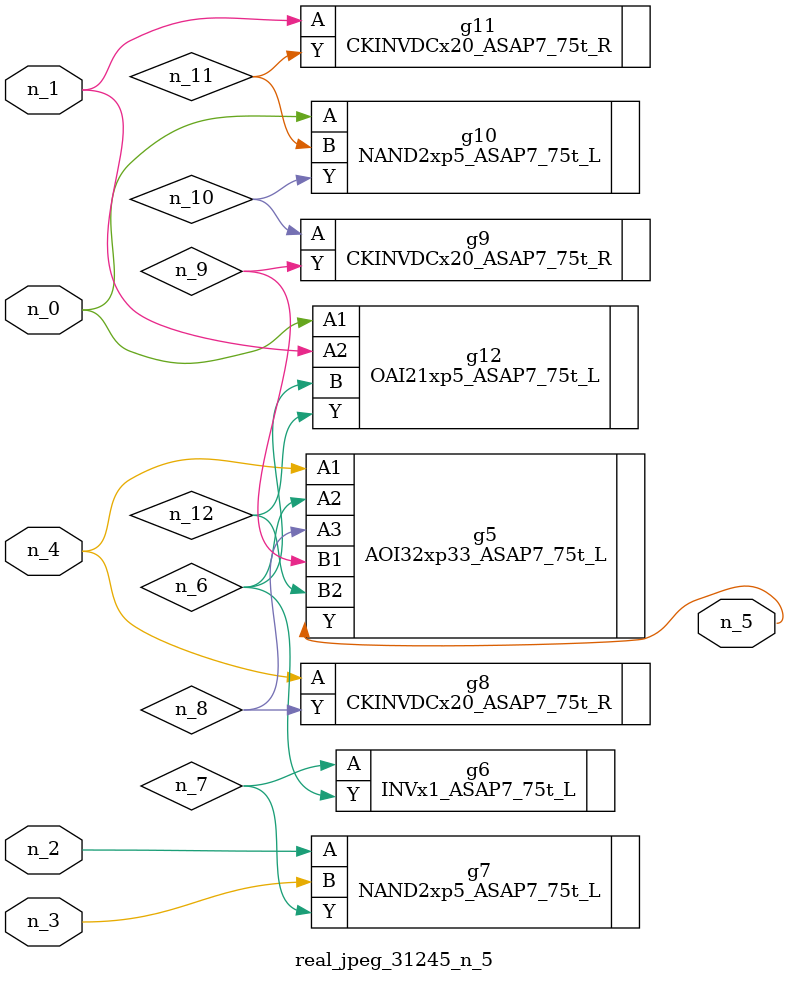
<source format=v>
module real_jpeg_31245_n_5 (n_4, n_0, n_1, n_2, n_3, n_5);

input n_4;
input n_0;
input n_1;
input n_2;
input n_3;

output n_5;

wire n_12;
wire n_8;
wire n_11;
wire n_6;
wire n_7;
wire n_10;
wire n_9;

NAND2xp5_ASAP7_75t_L g10 ( 
.A(n_0),
.B(n_11),
.Y(n_10)
);

OAI21xp5_ASAP7_75t_L g12 ( 
.A1(n_0),
.A2(n_1),
.B(n_6),
.Y(n_12)
);

CKINVDCx20_ASAP7_75t_R g11 ( 
.A(n_1),
.Y(n_11)
);

NAND2xp5_ASAP7_75t_L g7 ( 
.A(n_2),
.B(n_3),
.Y(n_7)
);

AOI32xp33_ASAP7_75t_L g5 ( 
.A1(n_4),
.A2(n_6),
.A3(n_8),
.B1(n_9),
.B2(n_12),
.Y(n_5)
);

CKINVDCx20_ASAP7_75t_R g8 ( 
.A(n_4),
.Y(n_8)
);

INVx1_ASAP7_75t_L g6 ( 
.A(n_7),
.Y(n_6)
);

CKINVDCx20_ASAP7_75t_R g9 ( 
.A(n_10),
.Y(n_9)
);


endmodule
</source>
